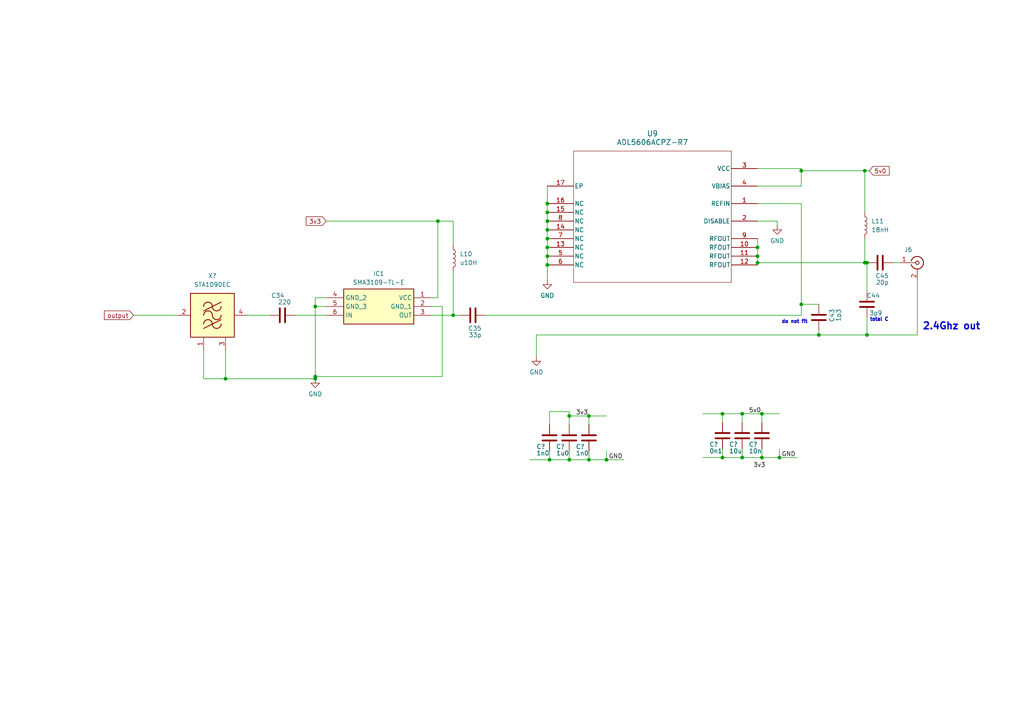
<source format=kicad_sch>
(kicad_sch (version 20231120) (generator "eeschema") (generator_version "8.0")
  (paper "A4")
  (title_block (title "430Mhz - QO-100 transverter") (date "2025-04-24") (rev "2.1") (comment 4 "1 watt power amp"))
  (lib_symbols
    (symbol "2025-03-19_06-38-28:ADL5606ACPZ-R7" (pin_names (offset 0.254))
      (property "Reference" "U" (at 30.48 10.16 0))
      (property "Value" "ADL5606ACPZ-R7" (at 30.48 7.62 0))
      (symbol "ADL5606ACPZ-R7_0_1"
        (polyline (pts (xy 7.62 -33.02) (xy 53.34 -33.02)) (stroke (width 0.127)))
        (polyline (pts (xy 7.62 5.08) (xy 7.62 -33.02)) (stroke (width 0.127)))
        (polyline (pts (xy 53.34 -33.02) (xy 53.34 5.08)) (stroke (width 0.127)))
        (polyline (pts (xy 53.34 5.08) (xy 7.62 5.08)) (stroke (width 0.127)))
        (pin unspecified line (at 0 -10.16 0) (length 7.62) (name "REFIN") (number "1"))
        (pin unspecified line (at 0 -22.86 0) (length 7.62) (name "RFOUT") (number "10"))
        (pin unspecified line (at 0 -25.4 0) (length 7.62) (name "RFOUT") (number "11"))
        (pin unspecified line (at 0 -27.94 0) (length 7.62) (name "RFOUT") (number "12"))
        (pin unspecified line (at 60.96 -22.86 180) (length 7.62) (name "NC") (number "13"))
        (pin unspecified line (at 60.96 -17.78 180) (length 7.62) (name "NC") (number "14"))
        (pin unspecified line (at 60.96 -12.7 180) (length 7.62) (name "NC") (number "15"))
        (pin unspecified line (at 60.96 -10.16 180) (length 7.62) (name "NC") (number "16"))
        (pin unspecified line (at 60.96 -5.08 180) (length 7.62) (name "EP") (number "17"))
        (pin unspecified line (at 0 -15.24 0) (length 7.62) (name "DISABLE") (number "2"))
        (pin unspecified line (at 0 0 0) (length 7.62) (name "VCC") (number "3"))
        (pin unspecified line (at 0 -5.08 0) (length 7.62) (name "VBIAS") (number "4"))
        (pin unspecified line (at 60.96 -25.4 180) (length 7.62) (name "NC") (number "5"))
        (pin unspecified line (at 60.96 -27.94 180) (length 7.62) (name "NC") (number "6"))
        (pin unspecified line (at 60.96 -20.32 180) (length 7.62) (name "NC") (number "7"))
        (pin unspecified line (at 60.96 -15.24 180) (length 7.62) (name "NC") (number "8"))
        (pin unspecified line (at 0 -20.32 0) (length 7.62) (name "RFOUT") (number "9"))
      )
    )
    (symbol "Connector:Conn_Coaxial" (pin_names (offset 1.016) hide)
      (property "Reference" "J" (at 0.254 3.048 0))
      (property "Value" "Conn_Coaxial" (at 2.921 0 90))
      (symbol "Conn_Coaxial_0_1"
        (arc (start -1.778 -0.508) (mid 0.2311 -1.8066) (end 1.778 0) (stroke (width 0.254)))
        (polyline (pts (xy -2.54 0) (xy -0.508 0)))
        (polyline (pts (xy 0 -2.54) (xy 0 -1.778)))
        (circle (center 0 0) (radius 0.508) (stroke (width 0.2032)))
        (arc (start 1.778 0) (mid 0.2099 1.8101) (end -1.778 0.508) (stroke (width 0.254)))
      )
      (symbol "Conn_Coaxial_1_1"
        (pin passive line (at -5.08 0 0) (length 2.54) (name "In") (number "1"))
        (pin passive line (at 0 -5.08 90) (length 2.54) (name "Ext") (number "2"))
      )
    )
    (symbol "Device:C" (pin_numbers hide) (pin_names (offset 0.254))
      (property "Reference" "C" (at 0.635 2.54 0))
      (property "Value" "C" (at 0.635 -2.54 0))
      (symbol "C_0_1"
        (polyline (pts (xy -2.032 -0.762) (xy 2.032 -0.762)) (stroke (width 0.508)))
        (polyline (pts (xy -2.032 0.762) (xy 2.032 0.762)) (stroke (width 0.508)))
      )
      (symbol "C_1_1"
        (pin passive line (at 0 3.81 270) (length 2.794) (name "~") (number "1"))
        (pin passive line (at 0 -3.81 90) (length 2.794) (name "~") (number "2"))
      )
    )
    (symbol "Device:L" (pin_numbers hide) (pin_names (offset 1.016) hide)
      (property "Reference" "L" (at -1.27 0 90))
      (property "Value" "L" (at 1.905 0 90))
      (symbol "L_0_1"
        (arc (start 0 -2.54) (mid 0.6323 -1.905) (end 0 -1.27))
        (arc (start 0 -1.27) (mid 0.6323 -0.635) (end 0 0))
        (arc (start 0 0) (mid 0.6323 0.635) (end 0 1.27))
        (arc (start 0 1.27) (mid 0.6323 1.905) (end 0 2.54))
      )
      (symbol "L_1_1"
        (pin passive line (at 0 3.81 270) (length 1.27) (name "1") (number "1"))
        (pin passive line (at 0 -3.81 90) (length 1.27) (name "2") (number "2"))
      )
    )
    (symbol "RF_Filter:STA1090EC" (pin_names hide)
      (property "Reference" "X2" (at 0 11.43 0))
      (property "Value" "STA1090EC" (at 0 8.89 0))
      (symbol "STA1090EC_1_1"
        (rectangle (start -6.35 6.35) (end 6.35 -6.35) (stroke (width 0.254)) (fill (type background)))
        (arc (start 0 -2.54) (mid -1.27 -1.2755) (end -2.54 -2.54) (stroke (width 0.254)))
        (arc (start 0 -2.54) (mid 1.27 -3.8045) (end 2.54 -2.54) (stroke (width 0.254)))
        (arc (start 0 0) (mid -1.27 1.2645) (end -2.54 0) (stroke (width 0.254)))
        (polyline (pts (xy -2.54 -3.81) (xy 2.54 -1.27)) (stroke (width 0.254)))
        (polyline (pts (xy -2.54 1.27) (xy 2.54 3.81)) (stroke (width 0.254)))
        (arc (start 0 0) (mid 1.27 -1.2645) (end 2.54 0) (stroke (width 0.254)))
        (arc (start 0 2.54) (mid -1.27 3.8045) (end -2.54 2.54) (stroke (width 0.254)))
        (arc (start 0 2.54) (mid 1.27 1.2755) (end 2.54 2.54) (stroke (width 0.254)))
        (pin passive line (at -2.54 -10.16 90) (length 3.81) (name "GND") (number "1"))
        (pin input line (at -10.16 0 0) (length 3.81) (name "IN") (number "2"))
        (pin passive line (at 3.81 -10.16 90) (length 3.81) (name "GND") (number "3"))
        (pin output line (at 10.16 0 180) (length 3.81) (name "OUT") (number "4"))
      )
    )
    (symbol "SMA3109-TL-E:SMA3109-TL-E"
      (property "Reference" "IC" (at 26.67 7.62 0))
      (property "Value" "SMA3109-TL-E" (at 26.67 5.08 0))
      (symbol "SMA3109-TL-E_1_1"
        (rectangle (start 5.08 2.54) (end 25.4 -7.62) (stroke (width 0.254)) (fill (type background)))
        (pin passive line (at 0 0 0) (length 5.08) (name "VCC") (number "1"))
        (pin passive line (at 0 -2.54 0) (length 5.08) (name "GND_1") (number "2"))
        (pin passive line (at 0 -5.08 0) (length 5.08) (name "OUT") (number "3"))
        (pin passive line (at 30.48 0 180) (length 5.08) (name "GND_2") (number "4"))
        (pin passive line (at 30.48 -2.54 180) (length 5.08) (name "GND_3") (number "5"))
        (pin passive line (at 30.48 -5.08 180) (length 5.08) (name "IN") (number "6"))
      )
    )
    (symbol "power:GND" (power) (pin_numbers hide) (pin_names (offset 0) hide)
      (property "Value" "GND" (at 0 -3.81 0))
      (symbol "GND_0_1"
        (polyline (pts (xy 0 0) (xy 0 -1.27) (xy 1.27 -1.27) (xy 0 -2.54) (xy -1.27 -1.27) (xy 0 -1.27)))
      )
      (symbol "GND_1_1"
        (pin power_in line (at 0 0 270) (length 0) (name "~") (number "1"))
      )
    )
  )
  (junction (at 170.815 120.65))
  (junction (at 219.71 74.295))
  (junction (at 165.1 120.65))
  (junction (at 131.445 91.44))
  (junction (at 209.55 120.015))
  (junction (at 251.46 97.155))
  (junction (at 158.75 59.055))
  (junction (at 250.825 49.53))
  (junction (at 232.41 88.265))
  (junction (at 65.405 109.855))
  (junction (at 158.75 74.295))
  (junction (at 158.75 76.835))
  (junction (at 91.44 109.855))
  (junction (at 237.49 97.155))
  (junction (at 158.75 64.135))
  (junction (at 219.71 76.2))
  (junction (at 226.06 132.715))
  (junction (at 219.71 71.755))
  (junction (at 215.265 132.715))
  (junction (at 158.75 69.215))
  (junction (at 220.98 132.715))
  (junction (at 158.75 66.675))
  (junction (at 250.825 76.2))
  (junction (at 209.55 132.715))
  (junction (at 232.41 49.53))
  (junction (at 215.265 120.015))
  (junction (at 91.44 109.22))
  (junction (at 159.385 133.35))
  (junction (at 251.46 76.2))
  (junction (at 158.75 71.755))
  (junction (at 127 64.135))
  (junction (at 220.98 120.015))
  (junction (at 175.895 133.35))
  (junction (at 158.75 61.595))
  (junction (at 165.1 133.35))
  (junction (at 170.815 133.35))
  (junction (at 91.44 88.9))
  (wire (pts (xy 125.095 91.44) (xy 131.445 91.44)))
  (wire (pts (xy 226.06 132.715) (xy 226.06 130.175)))
  (wire (pts (xy 159.385 123.19) (xy 159.385 119.38)))
  (wire (pts (xy 215.265 120.015) (xy 215.265 122.555)))
  (wire (pts (xy 158.75 66.675) (xy 158.75 69.215)))
  (wire (pts (xy 71.755 91.44) (xy 78.105 91.44)))
  (wire (pts (xy 155.575 97.155) (xy 155.575 103.505)))
  (wire (pts (xy 91.44 109.855) (xy 91.44 109.22)))
  (wire (pts (xy 158.75 74.295) (xy 158.75 76.835)))
  (wire (pts (xy 232.41 59.055) (xy 232.41 88.265)))
  (wire (pts (xy 170.815 133.35) (xy 170.815 130.81)))
  (wire (pts (xy 209.55 120.015) (xy 209.55 122.555)))
  (wire (pts (xy 131.445 91.44) (xy 133.35 91.44)))
  (wire (pts (xy 225.425 64.135) (xy 225.425 65.405)))
  (wire (pts (xy 251.46 76.2) (xy 250.825 76.2)))
  (wire (pts (xy 159.385 119.38) (xy 165.1 119.38)))
  (wire (pts (xy 158.75 53.975) (xy 158.75 59.055)))
  (wire (pts (xy 91.44 88.9) (xy 94.615 88.9)))
  (wire (pts (xy 125.095 88.9) (xy 128.27 88.9)))
  (wire (pts (xy 170.815 120.65) (xy 170.815 123.19)))
  (wire (pts (xy 226.06 132.715) (xy 231.14 132.715)))
  (wire (pts (xy 125.095 86.36) (xy 127 86.36)))
  (wire (pts (xy 91.44 88.9) (xy 91.44 109.22)))
  (wire (pts (xy 158.75 64.135) (xy 158.75 66.675)))
  (wire (pts (xy 91.44 109.22) (xy 128.27 109.22)))
  (wire (pts (xy 65.405 101.6) (xy 65.405 109.855)))
  (wire (pts (xy 219.71 48.895) (xy 232.41 48.895)))
  (wire (pts (xy 215.265 132.715) (xy 215.265 130.175)))
  (wire (pts (xy 232.41 88.265) (xy 237.49 88.265)))
  (wire (pts (xy 158.75 59.055) (xy 158.75 61.595)))
  (wire (pts (xy 165.1 133.35) (xy 165.1 130.81)))
  (wire (pts (xy 219.71 59.055) (xy 232.41 59.055)))
  (wire (pts (xy 140.97 91.44) (xy 232.41 91.44)))
  (wire (pts (xy 165.1 119.38) (xy 165.1 120.65)))
  (wire (pts (xy 251.46 97.155) (xy 237.49 97.155)))
  (wire (pts (xy 215.265 132.715) (xy 220.98 132.715)))
  (wire (pts (xy 175.895 120.65) (xy 170.815 120.65)))
  (wire (pts (xy 220.98 132.715) (xy 226.06 132.715)))
  (wire (pts (xy 159.385 133.35) (xy 159.385 130.81)))
  (wire (pts (xy 153.67 133.35) (xy 159.385 133.35)))
  (wire (pts (xy 220.98 132.715) (xy 220.98 130.175)))
  (wire (pts (xy 226.06 120.015) (xy 220.98 120.015)))
  (wire (pts (xy 219.71 71.755) (xy 219.71 74.295)))
  (wire (pts (xy 170.815 133.35) (xy 175.895 133.35)))
  (wire (pts (xy 59.055 109.855) (xy 65.405 109.855)))
  (wire (pts (xy 131.445 64.135) (xy 131.445 71.12)))
  (wire (pts (xy 220.98 120.015) (xy 220.98 122.555)))
  (wire (pts (xy 209.55 132.715) (xy 209.55 130.175)))
  (wire (pts (xy 250.825 76.2) (xy 219.71 76.2)))
  (wire (pts (xy 219.71 53.975) (xy 232.41 53.975)))
  (wire (pts (xy 158.75 71.755) (xy 158.75 74.295)))
  (wire (pts (xy 215.265 120.015) (xy 220.98 120.015)))
  (wire (pts (xy 159.385 133.35) (xy 165.1 133.35)))
  (wire (pts (xy 266.065 81.28) (xy 266.065 97.155)))
  (wire (pts (xy 38.735 91.44) (xy 51.435 91.44)))
  (wire (pts (xy 237.49 95.885) (xy 237.49 97.155)))
  (wire (pts (xy 91.44 88.9) (xy 91.44 86.36)))
  (wire (pts (xy 127 64.135) (xy 131.445 64.135)))
  (wire (pts (xy 219.71 69.215) (xy 219.71 71.755)))
  (wire (pts (xy 232.41 49.53) (xy 250.825 49.53)))
  (wire (pts (xy 203.835 132.715) (xy 209.55 132.715)))
  (wire (pts (xy 165.1 120.65) (xy 170.815 120.65)))
  (wire (pts (xy 94.615 64.135) (xy 127 64.135)))
  (wire (pts (xy 250.825 69.215) (xy 250.825 76.2)))
  (wire (pts (xy 158.75 76.835) (xy 158.75 81.28)))
  (wire (pts (xy 128.27 88.9) (xy 128.27 109.22)))
  (wire (pts (xy 209.55 132.715) (xy 215.265 132.715)))
  (wire (pts (xy 175.895 133.35) (xy 175.895 130.81)))
  (wire (pts (xy 219.71 64.135) (xy 225.425 64.135)))
  (wire (pts (xy 85.725 91.44) (xy 94.615 91.44)))
  (wire (pts (xy 158.75 69.215) (xy 158.75 71.755)))
  (wire (pts (xy 91.44 86.36) (xy 94.615 86.36)))
  (wire (pts (xy 232.41 49.53) (xy 232.41 48.895)))
  (wire (pts (xy 127 86.36) (xy 127 64.135)))
  (wire (pts (xy 219.71 76.2) (xy 219.71 76.835)))
  (wire (pts (xy 259.08 76.2) (xy 260.985 76.2)))
  (wire (pts (xy 219.71 74.295) (xy 219.71 76.2)))
  (wire (pts (xy 251.46 76.2) (xy 251.46 84.455)))
  (wire (pts (xy 250.825 49.53) (xy 250.825 61.595)))
  (wire (pts (xy 65.405 109.855) (xy 91.44 109.855)))
  (wire (pts (xy 252.095 49.53) (xy 250.825 49.53)))
  (wire (pts (xy 237.49 97.155) (xy 155.575 97.155)))
  (wire (pts (xy 165.1 120.65) (xy 165.1 123.19)))
  (wire (pts (xy 251.46 92.075) (xy 251.46 97.155)))
  (wire (pts (xy 209.55 120.015) (xy 203.835 120.015)))
  (wire (pts (xy 175.895 133.35) (xy 180.975 133.35)))
  (wire (pts (xy 232.41 53.975) (xy 232.41 49.53)))
  (wire (pts (xy 215.265 120.015) (xy 209.55 120.015)))
  (wire (pts (xy 232.41 88.265) (xy 232.41 91.44)))
  (wire (pts (xy 165.1 133.35) (xy 170.815 133.35)))
  (wire (pts (xy 131.445 78.74) (xy 131.445 91.44)))
  (wire (pts (xy 158.75 61.595) (xy 158.75 64.135)))
  (wire (pts (xy 266.065 97.155) (xy 251.46 97.155)))
  (wire (pts (xy 59.055 101.6) (xy 59.055 109.855)))
  (text "2.4Ghz out" (at 284.48 95.885 0) (effects (font (size 2 2) (thickness 0.4) (bold yes)) (justify right bottom)))
  (text "total C" (at 257.81 93.345 0) (effects (font (size 1 1) (thickness 0.4) (bold yes)) (justify right bottom)))
  (text "do not fit" (at 234.315 93.98 0) (effects (font (size 1 1) (thickness 0.4) (bold yes)) (justify right bottom)))
  (label "3v3" (at 167.005 120.65 0))
  (label "GND" (at 176.53 133.35 0))
  (label "5v0" (at 217.17 120.015 0))
  (label "GND" (at 226.695 132.715 0))
  (label "3v3" (at 218.44 135.89 0))
  (global_label "5v0" (shape input) (at 252.095 49.53 0) (property "Intersheetrefs" "${INTERSHEET_REFS}" (effects (hide yes))))
  (global_label "3v3" (shape input) (at 94.615 64.135 180) (property "Intersheetrefs" "${INTERSHEET_REFS}" (effects (hide yes))))
  (global_label "output" (shape input) (at 38.735 91.44 180) (property "Intersheetrefs" "${INTERSHEET_REFS}" (effects (hide yes))))
  (symbol (lib_id "Connector:Conn_Coaxial") (at 266.065 76.2 0) (unit 1)
    (property "Reference" "J6" (at 262.255 72.39 0) (effects (justify left)))
    (property "Value" "SMA" (effects (hide yes)))
    (property "Footprint" "Connector_Coaxial:SMA_Amphenol_132134_Vertical" (effects (hide yes)))
  )
  (symbol (lib_id "Device:C") (at 215.265 126.365 0) (unit 1)
    (property "Reference" "C?" (at 211.455 128.905 0) (effects (justify left)))
    (property "Value" "10u" (at 211.455 130.81 0) (effects (justify left)))
    (property "Footprint" "Capacitor_SMD:C_0603_1608Metric" (effects (hide yes)))
  )
  (symbol (lib_id "Device:C") (at 237.49 92.075 180) (unit 1)
    (property "Reference" "C43" (at 241.3 89.535 90) (effects (justify left)))
    (property "Value" "1p3" (at 243.205 89.535 90) (effects (justify left)))
    (property "Footprint" "Capacitor_SMD:C_0603_1608Metric" (effects (hide yes)))
  )
  (symbol (lib_id "Device:C") (at 170.815 127 0) (unit 1)
    (property "Reference" "C?" (at 167.005 129.54 0) (effects (justify left)))
    (property "Value" "1n0" (at 167.005 131.445 0) (effects (justify left)))
    (property "Footprint" "Capacitor_SMD:C_0603_1608Metric" (effects (hide yes)))
  )
  (symbol (lib_id "power:GND") (at 91.44 109.855 0) (unit 1)
    (property "Reference" "#PWR?" (effects (hide yes)))
    (property "Value" "GND" (at 91.44 114.3 0))
    (property "Description" "Power symbol creates a global label with name \"GND\" , ground" (effects (hide yes)))
  )
  (symbol (lib_id "Device:C") (at 255.27 76.2 90) (unit 1)
    (property "Reference" "C45" (at 257.81 80.01 90) (effects (justify left)))
    (property "Value" "20p" (at 257.81 81.915 90) (effects (justify left)))
    (property "Footprint" "Capacitor_SMD:C_0603_1608Metric" (effects (hide yes)))
  )
  (symbol (lib_id "power:GND") (at 155.575 103.505 0) (unit 1)
    (property "Reference" "#PWR?" (effects (hide yes)))
    (property "Value" "GND" (at 155.575 107.95 0))
    (property "Description" "Power symbol creates a global label with name \"GND\" , ground" (effects (hide yes)))
  )
  (symbol (lib_id "Device:C") (at 159.385 127 0) (unit 1)
    (property "Reference" "C?" (at 155.575 129.54 0) (effects (justify left)))
    (property "Value" "1n0" (at 155.575 131.445 0) (effects (justify left)))
    (property "Footprint" "Capacitor_SMD:C_0603_1608Metric" (effects (hide yes)))
  )
  (symbol (lib_id "Device:L") (at 250.825 65.405 0) (unit 1)
    (property "Reference" "L11" (at 252.73 64.1349 0) (effects (justify left)))
    (property "Value" "18nH" (at 252.73 66.6749 0) (effects (justify left)))
    (property "Footprint" "Inductor_SMD:L_0805_2012Metric" (effects (hide yes)))
    (property "Description" "Inductor" (effects (hide yes)))
  )
  (symbol (lib_id "SMA3109-TL-E:SMA3109-TL-E") (at 125.095 86.36 0) (mirror y) (unit 1)
    (property "Reference" "IC1" (at 109.855 79.375 0))
    (property "Value" "SMA3109-TL-E" (at 109.855 81.915 0))
    (property "Footprint" "KiCad2:SOTFL65P210X90-6N" (effects (hide yes)))
    (property "Datasheet" "https://www.onsemi.com/pub/Collateral/SMA3109-D.PDF" (effects (hide yes)))
    (property "Description" "High Gain : GP = 23 dB typ @1.0 GHz; Low current : ICC = 16 mA typ; High output power : PO(1 dB) = 4.0 dBm; Port impedance : input/output 50" (effects (hide yes)))
    (property "Height" "0.9" (effects (hide yes)))
    (property "Manufacturer_Name" "onsemi" (effects (hide yes)))
    (property "Manufacturer_Part_Number" "SMA3109-TL-E" (effects (hide yes)))
    (property "Mouser Part Number" "863-SMA3109-TL-E" (effects (hide yes)))
    (property "Mouser Price/Stock" "https://www.mouser.com/Search/Refine.aspx?Keyword=863-SMA3109-TL-E" (effects (hide yes)))
    (property "Arrow Part Number" "SMA3109-TL-E" (effects (hide yes)))
    (property "Arrow Price/Stock" "https://www.arrow.com/en/products/sma3109-tl-e/on-semiconductor" (effects (hide yes)))
  )
  (symbol (lib_id "Device:C") (at 251.46 88.265 180) (unit 1)
    (property "Reference" "C44" (at 255.27 85.725 0) (effects (justify left)))
    (property "Value" "3p9" (at 255.905 90.805 0) (effects (justify left)))
    (property "Footprint" "Capacitor_SMD:C_0603_1608Metric" (effects (hide yes)))
  )
  (symbol (lib_id "Device:C") (at 220.98 126.365 0) (unit 1)
    (property "Reference" "C?" (at 217.17 128.905 0) (effects (justify left)))
    (property "Value" "10n" (at 217.17 130.81 0) (effects (justify left)))
    (property "Footprint" "Capacitor_SMD:C_0603_1608Metric" (effects (hide yes)))
  )
  (symbol (lib_id "Device:C") (at 81.915 91.44 90) (unit 1)
    (property "Reference" "C34" (at 82.55 85.725 90) (effects (justify left)))
    (property "Value" "220" (at 84.455 87.63 90) (effects (justify left)))
    (property "Footprint" "Capacitor_SMD:C_0603_1608Metric" (effects (hide yes)))
  )
  (symbol (lib_id "Device:C") (at 165.1 127 0) (unit 1)
    (property "Reference" "C?" (at 161.29 129.54 0) (effects (justify left)))
    (property "Value" "1u0" (at 161.29 131.445 0) (effects (justify left)))
    (property "Footprint" "Capacitor_SMD:C_0603_1608Metric" (effects (hide yes)))
  )
  (symbol (lib_id "2025-03-19_06-38-28:ADL5606ACPZ-R7") (at 219.71 48.895 0) (mirror y) (unit 1)
    (property "Reference" "U9" (at 189.23 38.735 0) (effects (font (size 1.524 1.524))))
    (property "Value" "ADL5606ACPZ-R7" (at 189.23 41.275 0) (effects (font (size 1.524 1.524))))
    (property "Footprint" "Package_CSP:Analog_LFCSP-16-1EP_4x4mm_P0.65mm_EP2.1x2.1mm_ThermalVias" (effects (hide yes)))
    (property "Datasheet" "ADL5606ACPZ-R7" (effects (hide yes)))
  )
  (symbol (lib_id "RF_Filter:STA1090EC") (at 61.595 91.44 0) (unit 1)
    (property "Reference" "X?" (at 61.595 80.01 0))
    (property "Value" "STA1090EC" (at 61.595 82.55 0))
    (property "Footprint" "Filter:Filter_SAW-6_3.8x3.8mm" (effects (hide yes)))
    (property "Datasheet" "https://www.golledge.com/media/3785/mp08167.pdf" (effects (hide yes)))
    (property "Description" "Bandpass Filter, 2400MHz, SAW filter 4-pin" (effects (hide yes)))
  )
  (symbol (lib_id "power:GND") (at 225.425 65.405 0) (unit 1)
    (property "Reference" "#PWR?" (effects (hide yes)))
    (property "Value" "GND" (at 225.425 69.85 0))
    (property "Description" "Power symbol creates a global label with name \"GND\" , ground" (effects (hide yes)))
  )
  (symbol (lib_id "Device:C") (at 137.16 91.44 90) (unit 1)
    (property "Reference" "C35" (at 139.7 95.25 90) (effects (justify left)))
    (property "Value" "33p" (at 139.7 97.155 90) (effects (justify left)))
    (property "Footprint" "Capacitor_SMD:C_0603_1608Metric" (effects (hide yes)))
  )
  (symbol (lib_id "Device:L") (at 131.445 74.93 0) (unit 1)
    (property "Reference" "L10" (at 133.35 73.6599 0) (effects (justify left)))
    (property "Value" "u10H" (at 133.35 76.1999 0) (effects (justify left)))
    (property "Footprint" "Inductor_SMD:L_0603_1608Metric" (effects (hide yes)))
    (property "Description" "Inductor" (effects (hide yes)))
  )
  (symbol (lib_id "power:GND") (at 158.75 81.28 0) (unit 1)
    (property "Reference" "#PWR?" (effects (hide yes)))
    (property "Value" "GND" (at 158.75 85.725 0))
    (property "Description" "Power symbol creates a global label with name \"GND\" , ground" (effects (hide yes)))
  )
  (symbol (lib_id "Device:C") (at 209.55 126.365 0) (unit 1)
    (property "Reference" "C?" (at 205.74 128.905 0) (effects (justify left)))
    (property "Value" "0n1" (at 205.74 130.81 0) (effects (justify left)))
    (property "Footprint" "Capacitor_SMD:C_0603_1608Metric" (effects (hide yes)))
  )
)
</source>
